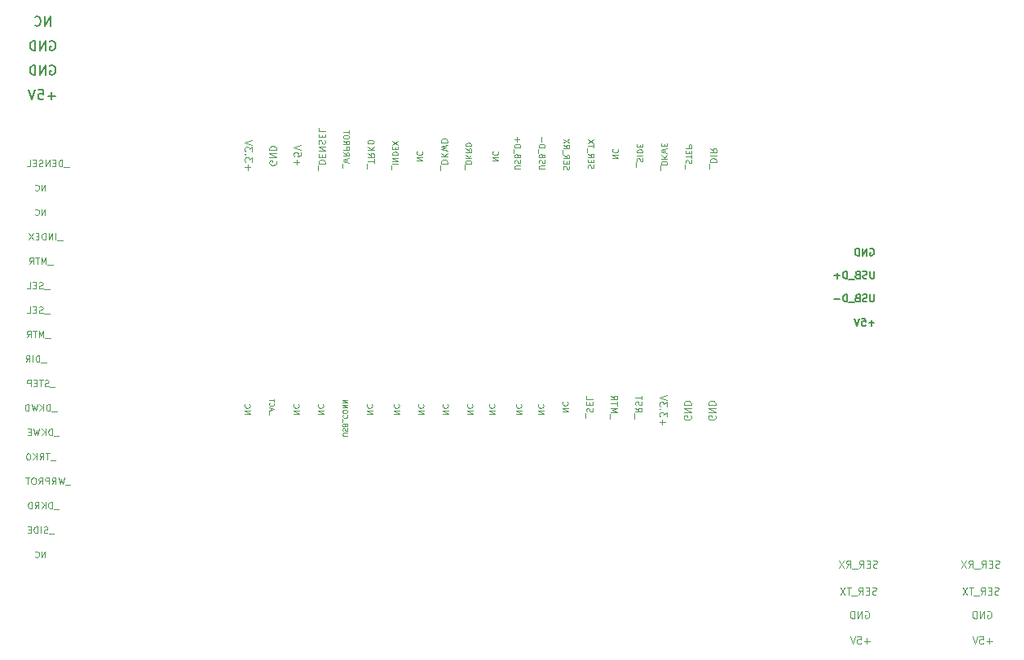
<source format=gbr>
G04 #@! TF.GenerationSoftware,KiCad,Pcbnew,(5.1.2)-2*
G04 #@! TF.CreationDate,2020-12-20T14:31:03+00:00*
G04 #@! TF.ProjectId,Greaseweazle F1 Gotek (+ USB B),47726561-7365-4776-9561-7a6c65204631,1*
G04 #@! TF.SameCoordinates,PX6312cb0PY6bcb370*
G04 #@! TF.FileFunction,Legend,Bot*
G04 #@! TF.FilePolarity,Positive*
%FSLAX46Y46*%
G04 Gerber Fmt 4.6, Leading zero omitted, Abs format (unit mm)*
G04 Created by KiCad (PCBNEW (5.1.2)-2) date 2020-12-20 14:31:03*
%MOMM*%
%LPD*%
G04 APERTURE LIST*
%ADD10C,0.125000*%
%ADD11C,0.187500*%
%ADD12C,0.150000*%
G04 APERTURE END LIST*
D10*
X2757428Y35288572D02*
X2757428Y35888572D01*
X2414571Y35288572D01*
X2414571Y35888572D01*
X1786000Y35345715D02*
X1814571Y35317143D01*
X1900285Y35288572D01*
X1957428Y35288572D01*
X2043142Y35317143D01*
X2100285Y35374286D01*
X2128857Y35431429D01*
X2157428Y35545715D01*
X2157428Y35631429D01*
X2128857Y35745715D01*
X2100285Y35802858D01*
X2043142Y35860000D01*
X1957428Y35888572D01*
X1900285Y35888572D01*
X1814571Y35860000D01*
X1786000Y35831429D01*
X61704571Y41184572D02*
X62304571Y41184572D01*
X61704571Y41527429D01*
X62304571Y41527429D01*
X61761714Y42156000D02*
X61733142Y42127429D01*
X61704571Y42041715D01*
X61704571Y41984572D01*
X61733142Y41898858D01*
X61790285Y41841715D01*
X61847428Y41813143D01*
X61961714Y41784572D01*
X62047428Y41784572D01*
X62161714Y41813143D01*
X62218857Y41841715D01*
X62276000Y41898858D01*
X62304571Y41984572D01*
X62304571Y42041715D01*
X62276000Y42127429D01*
X62247428Y42156000D01*
X49258571Y40930572D02*
X49858571Y40930572D01*
X49258571Y41273429D01*
X49858571Y41273429D01*
X49315714Y41902000D02*
X49287142Y41873429D01*
X49258571Y41787715D01*
X49258571Y41730572D01*
X49287142Y41644858D01*
X49344285Y41587715D01*
X49401428Y41559143D01*
X49515714Y41530572D01*
X49601428Y41530572D01*
X49715714Y41559143D01*
X49772857Y41587715D01*
X49830000Y41644858D01*
X49858571Y41730572D01*
X49858571Y41787715D01*
X49830000Y41873429D01*
X49801428Y41902000D01*
X23477571Y14641572D02*
X24077571Y14641572D01*
X23477571Y14984429D01*
X24077571Y14984429D01*
X23534714Y15613000D02*
X23506142Y15584429D01*
X23477571Y15498715D01*
X23477571Y15441572D01*
X23506142Y15355858D01*
X23563285Y15298715D01*
X23620428Y15270143D01*
X23734714Y15241572D01*
X23820428Y15241572D01*
X23934714Y15270143D01*
X23991857Y15298715D01*
X24049000Y15355858D01*
X24077571Y15441572D01*
X24077571Y15498715D01*
X24049000Y15584429D01*
X24020428Y15613000D01*
X28557571Y14641572D02*
X29157571Y14641572D01*
X28557571Y14984429D01*
X29157571Y14984429D01*
X28614714Y15613000D02*
X28586142Y15584429D01*
X28557571Y15498715D01*
X28557571Y15441572D01*
X28586142Y15355858D01*
X28643285Y15298715D01*
X28700428Y15270143D01*
X28814714Y15241572D01*
X28900428Y15241572D01*
X29014714Y15270143D01*
X29071857Y15298715D01*
X29129000Y15355858D01*
X29157571Y15441572D01*
X29157571Y15498715D01*
X29129000Y15584429D01*
X29100428Y15613000D01*
X31097571Y14641572D02*
X31697571Y14641572D01*
X31097571Y14984429D01*
X31697571Y14984429D01*
X31154714Y15613000D02*
X31126142Y15584429D01*
X31097571Y15498715D01*
X31097571Y15441572D01*
X31126142Y15355858D01*
X31183285Y15298715D01*
X31240428Y15270143D01*
X31354714Y15241572D01*
X31440428Y15241572D01*
X31554714Y15270143D01*
X31611857Y15298715D01*
X31669000Y15355858D01*
X31697571Y15441572D01*
X31697571Y15498715D01*
X31669000Y15584429D01*
X31640428Y15613000D01*
X36177571Y14641572D02*
X36777571Y14641572D01*
X36177571Y14984429D01*
X36777571Y14984429D01*
X36234714Y15613000D02*
X36206142Y15584429D01*
X36177571Y15498715D01*
X36177571Y15441572D01*
X36206142Y15355858D01*
X36263285Y15298715D01*
X36320428Y15270143D01*
X36434714Y15241572D01*
X36520428Y15241572D01*
X36634714Y15270143D01*
X36691857Y15298715D01*
X36749000Y15355858D01*
X36777571Y15441572D01*
X36777571Y15498715D01*
X36749000Y15584429D01*
X36720428Y15613000D01*
X38971571Y14641572D02*
X39571571Y14641572D01*
X38971571Y14984429D01*
X39571571Y14984429D01*
X39028714Y15613000D02*
X39000142Y15584429D01*
X38971571Y15498715D01*
X38971571Y15441572D01*
X39000142Y15355858D01*
X39057285Y15298715D01*
X39114428Y15270143D01*
X39228714Y15241572D01*
X39314428Y15241572D01*
X39428714Y15270143D01*
X39485857Y15298715D01*
X39543000Y15355858D01*
X39571571Y15441572D01*
X39571571Y15498715D01*
X39543000Y15584429D01*
X39514428Y15613000D01*
X41511571Y14641572D02*
X42111571Y14641572D01*
X41511571Y14984429D01*
X42111571Y14984429D01*
X41568714Y15613000D02*
X41540142Y15584429D01*
X41511571Y15498715D01*
X41511571Y15441572D01*
X41540142Y15355858D01*
X41597285Y15298715D01*
X41654428Y15270143D01*
X41768714Y15241572D01*
X41854428Y15241572D01*
X41968714Y15270143D01*
X42025857Y15298715D01*
X42083000Y15355858D01*
X42111571Y15441572D01*
X42111571Y15498715D01*
X42083000Y15584429D01*
X42054428Y15613000D01*
X44051571Y14641572D02*
X44651571Y14641572D01*
X44051571Y14984429D01*
X44651571Y14984429D01*
X44108714Y15613000D02*
X44080142Y15584429D01*
X44051571Y15498715D01*
X44051571Y15441572D01*
X44080142Y15355858D01*
X44137285Y15298715D01*
X44194428Y15270143D01*
X44308714Y15241572D01*
X44394428Y15241572D01*
X44508714Y15270143D01*
X44565857Y15298715D01*
X44623000Y15355858D01*
X44651571Y15441572D01*
X44651571Y15498715D01*
X44623000Y15584429D01*
X44594428Y15613000D01*
X46591571Y14641572D02*
X47191571Y14641572D01*
X46591571Y14984429D01*
X47191571Y14984429D01*
X46648714Y15613000D02*
X46620142Y15584429D01*
X46591571Y15498715D01*
X46591571Y15441572D01*
X46620142Y15355858D01*
X46677285Y15298715D01*
X46734428Y15270143D01*
X46848714Y15241572D01*
X46934428Y15241572D01*
X47048714Y15270143D01*
X47105857Y15298715D01*
X47163000Y15355858D01*
X47191571Y15441572D01*
X47191571Y15498715D01*
X47163000Y15584429D01*
X47134428Y15613000D01*
X48877571Y14641572D02*
X49477571Y14641572D01*
X48877571Y14984429D01*
X49477571Y14984429D01*
X48934714Y15613000D02*
X48906142Y15584429D01*
X48877571Y15498715D01*
X48877571Y15441572D01*
X48906142Y15355858D01*
X48963285Y15298715D01*
X49020428Y15270143D01*
X49134714Y15241572D01*
X49220428Y15241572D01*
X49334714Y15270143D01*
X49391857Y15298715D01*
X49449000Y15355858D01*
X49477571Y15441572D01*
X49477571Y15498715D01*
X49449000Y15584429D01*
X49420428Y15613000D01*
X51671571Y14641572D02*
X52271571Y14641572D01*
X51671571Y14984429D01*
X52271571Y14984429D01*
X51728714Y15613000D02*
X51700142Y15584429D01*
X51671571Y15498715D01*
X51671571Y15441572D01*
X51700142Y15355858D01*
X51757285Y15298715D01*
X51814428Y15270143D01*
X51928714Y15241572D01*
X52014428Y15241572D01*
X52128714Y15270143D01*
X52185857Y15298715D01*
X52243000Y15355858D01*
X52271571Y15441572D01*
X52271571Y15498715D01*
X52243000Y15584429D01*
X52214428Y15613000D01*
X53957571Y14641572D02*
X54557571Y14641572D01*
X53957571Y14984429D01*
X54557571Y14984429D01*
X54014714Y15613000D02*
X53986142Y15584429D01*
X53957571Y15498715D01*
X53957571Y15441572D01*
X53986142Y15355858D01*
X54043285Y15298715D01*
X54100428Y15270143D01*
X54214714Y15241572D01*
X54300428Y15241572D01*
X54414714Y15270143D01*
X54471857Y15298715D01*
X54529000Y15355858D01*
X54557571Y15441572D01*
X54557571Y15498715D01*
X54529000Y15584429D01*
X54500428Y15613000D01*
X89106142Y-4113571D02*
X88999000Y-4149285D01*
X88820428Y-4149285D01*
X88749000Y-4113571D01*
X88713285Y-4077857D01*
X88677571Y-4006428D01*
X88677571Y-3935000D01*
X88713285Y-3863571D01*
X88749000Y-3827857D01*
X88820428Y-3792142D01*
X88963285Y-3756428D01*
X89034714Y-3720714D01*
X89070428Y-3685000D01*
X89106142Y-3613571D01*
X89106142Y-3542142D01*
X89070428Y-3470714D01*
X89034714Y-3435000D01*
X88963285Y-3399285D01*
X88784714Y-3399285D01*
X88677571Y-3435000D01*
X88356142Y-3756428D02*
X88106142Y-3756428D01*
X87999000Y-4149285D02*
X88356142Y-4149285D01*
X88356142Y-3399285D01*
X87999000Y-3399285D01*
X87249000Y-4149285D02*
X87499000Y-3792142D01*
X87677571Y-4149285D02*
X87677571Y-3399285D01*
X87391857Y-3399285D01*
X87320428Y-3435000D01*
X87284714Y-3470714D01*
X87249000Y-3542142D01*
X87249000Y-3649285D01*
X87284714Y-3720714D01*
X87320428Y-3756428D01*
X87391857Y-3792142D01*
X87677571Y-3792142D01*
X87106142Y-4220714D02*
X86534714Y-4220714D01*
X86463285Y-3399285D02*
X86034714Y-3399285D01*
X86249000Y-4149285D02*
X86249000Y-3399285D01*
X85856142Y-3399285D02*
X85356142Y-4149285D01*
X85356142Y-3399285D02*
X85856142Y-4149285D01*
X89195428Y-1319571D02*
X89088285Y-1355285D01*
X88909714Y-1355285D01*
X88838285Y-1319571D01*
X88802571Y-1283857D01*
X88766857Y-1212428D01*
X88766857Y-1141000D01*
X88802571Y-1069571D01*
X88838285Y-1033857D01*
X88909714Y-998142D01*
X89052571Y-962428D01*
X89124000Y-926714D01*
X89159714Y-891000D01*
X89195428Y-819571D01*
X89195428Y-748142D01*
X89159714Y-676714D01*
X89124000Y-641000D01*
X89052571Y-605285D01*
X88874000Y-605285D01*
X88766857Y-641000D01*
X88445428Y-962428D02*
X88195428Y-962428D01*
X88088285Y-1355285D02*
X88445428Y-1355285D01*
X88445428Y-605285D01*
X88088285Y-605285D01*
X87338285Y-1355285D02*
X87588285Y-998142D01*
X87766857Y-1355285D02*
X87766857Y-605285D01*
X87481142Y-605285D01*
X87409714Y-641000D01*
X87374000Y-676714D01*
X87338285Y-748142D01*
X87338285Y-855285D01*
X87374000Y-926714D01*
X87409714Y-962428D01*
X87481142Y-998142D01*
X87766857Y-998142D01*
X87195428Y-1426714D02*
X86624000Y-1426714D01*
X86016857Y-1355285D02*
X86266857Y-998142D01*
X86445428Y-1355285D02*
X86445428Y-605285D01*
X86159714Y-605285D01*
X86088285Y-641000D01*
X86052571Y-676714D01*
X86016857Y-748142D01*
X86016857Y-855285D01*
X86052571Y-926714D01*
X86088285Y-962428D01*
X86159714Y-998142D01*
X86445428Y-998142D01*
X85766857Y-605285D02*
X85266857Y-1355285D01*
X85266857Y-605285D02*
X85766857Y-1355285D01*
X87947428Y-5898800D02*
X88018857Y-5863085D01*
X88126000Y-5863085D01*
X88233142Y-5898800D01*
X88304571Y-5970228D01*
X88340285Y-6041657D01*
X88376000Y-6184514D01*
X88376000Y-6291657D01*
X88340285Y-6434514D01*
X88304571Y-6505942D01*
X88233142Y-6577371D01*
X88126000Y-6613085D01*
X88054571Y-6613085D01*
X87947428Y-6577371D01*
X87911714Y-6541657D01*
X87911714Y-6291657D01*
X88054571Y-6291657D01*
X87590285Y-6613085D02*
X87590285Y-5863085D01*
X87161714Y-6613085D01*
X87161714Y-5863085D01*
X86804571Y-6613085D02*
X86804571Y-5863085D01*
X86626000Y-5863085D01*
X86518857Y-5898800D01*
X86447428Y-5970228D01*
X86411714Y-6041657D01*
X86376000Y-6184514D01*
X86376000Y-6291657D01*
X86411714Y-6434514D01*
X86447428Y-6505942D01*
X86518857Y-6577371D01*
X86626000Y-6613085D01*
X86804571Y-6613085D01*
X88416485Y-8968971D02*
X87845057Y-8968971D01*
X88130771Y-9254685D02*
X88130771Y-8683257D01*
X87130771Y-8504685D02*
X87487914Y-8504685D01*
X87523628Y-8861828D01*
X87487914Y-8826114D01*
X87416485Y-8790400D01*
X87237914Y-8790400D01*
X87166485Y-8826114D01*
X87130771Y-8861828D01*
X87095057Y-8933257D01*
X87095057Y-9111828D01*
X87130771Y-9183257D01*
X87166485Y-9218971D01*
X87237914Y-9254685D01*
X87416485Y-9254685D01*
X87487914Y-9218971D01*
X87523628Y-9183257D01*
X86880771Y-8504685D02*
X86630771Y-9254685D01*
X86380771Y-8504685D01*
X101895428Y-1319571D02*
X101788285Y-1355285D01*
X101609714Y-1355285D01*
X101538285Y-1319571D01*
X101502571Y-1283857D01*
X101466857Y-1212428D01*
X101466857Y-1141000D01*
X101502571Y-1069571D01*
X101538285Y-1033857D01*
X101609714Y-998142D01*
X101752571Y-962428D01*
X101824000Y-926714D01*
X101859714Y-891000D01*
X101895428Y-819571D01*
X101895428Y-748142D01*
X101859714Y-676714D01*
X101824000Y-641000D01*
X101752571Y-605285D01*
X101574000Y-605285D01*
X101466857Y-641000D01*
X101145428Y-962428D02*
X100895428Y-962428D01*
X100788285Y-1355285D02*
X101145428Y-1355285D01*
X101145428Y-605285D01*
X100788285Y-605285D01*
X100038285Y-1355285D02*
X100288285Y-998142D01*
X100466857Y-1355285D02*
X100466857Y-605285D01*
X100181142Y-605285D01*
X100109714Y-641000D01*
X100074000Y-676714D01*
X100038285Y-748142D01*
X100038285Y-855285D01*
X100074000Y-926714D01*
X100109714Y-962428D01*
X100181142Y-998142D01*
X100466857Y-998142D01*
X99895428Y-1426714D02*
X99324000Y-1426714D01*
X98716857Y-1355285D02*
X98966857Y-998142D01*
X99145428Y-1355285D02*
X99145428Y-605285D01*
X98859714Y-605285D01*
X98788285Y-641000D01*
X98752571Y-676714D01*
X98716857Y-748142D01*
X98716857Y-855285D01*
X98752571Y-926714D01*
X98788285Y-962428D01*
X98859714Y-998142D01*
X99145428Y-998142D01*
X98466857Y-605285D02*
X97966857Y-1355285D01*
X97966857Y-605285D02*
X98466857Y-1355285D01*
X101116485Y-8968971D02*
X100545057Y-8968971D01*
X100830771Y-9254685D02*
X100830771Y-8683257D01*
X99830771Y-8504685D02*
X100187914Y-8504685D01*
X100223628Y-8861828D01*
X100187914Y-8826114D01*
X100116485Y-8790400D01*
X99937914Y-8790400D01*
X99866485Y-8826114D01*
X99830771Y-8861828D01*
X99795057Y-8933257D01*
X99795057Y-9111828D01*
X99830771Y-9183257D01*
X99866485Y-9218971D01*
X99937914Y-9254685D01*
X100116485Y-9254685D01*
X100187914Y-9218971D01*
X100223628Y-9183257D01*
X99580771Y-8504685D02*
X99330771Y-9254685D01*
X99080771Y-8504685D01*
X101806142Y-4113571D02*
X101699000Y-4149285D01*
X101520428Y-4149285D01*
X101449000Y-4113571D01*
X101413285Y-4077857D01*
X101377571Y-4006428D01*
X101377571Y-3935000D01*
X101413285Y-3863571D01*
X101449000Y-3827857D01*
X101520428Y-3792142D01*
X101663285Y-3756428D01*
X101734714Y-3720714D01*
X101770428Y-3685000D01*
X101806142Y-3613571D01*
X101806142Y-3542142D01*
X101770428Y-3470714D01*
X101734714Y-3435000D01*
X101663285Y-3399285D01*
X101484714Y-3399285D01*
X101377571Y-3435000D01*
X101056142Y-3756428D02*
X100806142Y-3756428D01*
X100699000Y-4149285D02*
X101056142Y-4149285D01*
X101056142Y-3399285D01*
X100699000Y-3399285D01*
X99949000Y-4149285D02*
X100199000Y-3792142D01*
X100377571Y-4149285D02*
X100377571Y-3399285D01*
X100091857Y-3399285D01*
X100020428Y-3435000D01*
X99984714Y-3470714D01*
X99949000Y-3542142D01*
X99949000Y-3649285D01*
X99984714Y-3720714D01*
X100020428Y-3756428D01*
X100091857Y-3792142D01*
X100377571Y-3792142D01*
X99806142Y-4220714D02*
X99234714Y-4220714D01*
X99163285Y-3399285D02*
X98734714Y-3399285D01*
X98949000Y-4149285D02*
X98949000Y-3399285D01*
X98556142Y-3399285D02*
X98056142Y-4149285D01*
X98056142Y-3399285D02*
X98556142Y-4149285D01*
X100647428Y-5898800D02*
X100718857Y-5863085D01*
X100826000Y-5863085D01*
X100933142Y-5898800D01*
X101004571Y-5970228D01*
X101040285Y-6041657D01*
X101076000Y-6184514D01*
X101076000Y-6291657D01*
X101040285Y-6434514D01*
X101004571Y-6505942D01*
X100933142Y-6577371D01*
X100826000Y-6613085D01*
X100754571Y-6613085D01*
X100647428Y-6577371D01*
X100611714Y-6541657D01*
X100611714Y-6291657D01*
X100754571Y-6291657D01*
X100290285Y-6613085D02*
X100290285Y-5863085D01*
X99861714Y-6613085D01*
X99861714Y-5863085D01*
X99504571Y-6613085D02*
X99504571Y-5863085D01*
X99326000Y-5863085D01*
X99218857Y-5898800D01*
X99147428Y-5970228D01*
X99111714Y-6041657D01*
X99076000Y-6184514D01*
X99076000Y-6291657D01*
X99111714Y-6434514D01*
X99147428Y-6505942D01*
X99218857Y-6577371D01*
X99326000Y-6613085D01*
X99504571Y-6613085D01*
X56497571Y14895572D02*
X57097571Y14895572D01*
X56497571Y15238429D01*
X57097571Y15238429D01*
X56554714Y15867000D02*
X56526142Y15838429D01*
X56497571Y15752715D01*
X56497571Y15695572D01*
X56526142Y15609858D01*
X56583285Y15552715D01*
X56640428Y15524143D01*
X56754714Y15495572D01*
X56840428Y15495572D01*
X56954714Y15524143D01*
X57011857Y15552715D01*
X57069000Y15609858D01*
X57097571Y15695572D01*
X57097571Y15752715D01*
X57069000Y15838429D01*
X57040428Y15867000D01*
X64005666Y14150334D02*
X64005666Y14683667D01*
X64072333Y15250334D02*
X64405666Y15017000D01*
X64072333Y14850334D02*
X64772333Y14850334D01*
X64772333Y15117000D01*
X64739000Y15183667D01*
X64705666Y15217000D01*
X64639000Y15250334D01*
X64539000Y15250334D01*
X64472333Y15217000D01*
X64439000Y15183667D01*
X64405666Y15117000D01*
X64405666Y14850334D01*
X64105666Y15517000D02*
X64072333Y15617000D01*
X64072333Y15783667D01*
X64105666Y15850334D01*
X64139000Y15883667D01*
X64205666Y15917000D01*
X64272333Y15917000D01*
X64339000Y15883667D01*
X64372333Y15850334D01*
X64405666Y15783667D01*
X64439000Y15650334D01*
X64472333Y15583667D01*
X64505666Y15550334D01*
X64572333Y15517000D01*
X64639000Y15517000D01*
X64705666Y15550334D01*
X64739000Y15583667D01*
X64772333Y15650334D01*
X64772333Y15817000D01*
X64739000Y15917000D01*
X64772333Y16117000D02*
X64772333Y16517000D01*
X64072333Y16317000D02*
X64772333Y16317000D01*
X61465666Y14083667D02*
X61465666Y14617000D01*
X61532333Y14783667D02*
X62232333Y14783667D01*
X61732333Y15017000D01*
X62232333Y15250334D01*
X61532333Y15250334D01*
X62232333Y15483667D02*
X62232333Y15883667D01*
X61532333Y15683667D02*
X62232333Y15683667D01*
X61532333Y16517000D02*
X61865666Y16283667D01*
X61532333Y16117000D02*
X62232333Y16117000D01*
X62232333Y16383667D01*
X62199000Y16450334D01*
X62165666Y16483667D01*
X62099000Y16517000D01*
X61999000Y16517000D01*
X61932333Y16483667D01*
X61899000Y16450334D01*
X61865666Y16383667D01*
X61865666Y16117000D01*
X66875428Y13486000D02*
X66875428Y14057429D01*
X66589714Y13771715D02*
X67161142Y13771715D01*
X67339714Y14343143D02*
X67339714Y14807429D01*
X67054000Y14557429D01*
X67054000Y14664572D01*
X67018285Y14736000D01*
X66982571Y14771715D01*
X66911142Y14807429D01*
X66732571Y14807429D01*
X66661142Y14771715D01*
X66625428Y14736000D01*
X66589714Y14664572D01*
X66589714Y14450286D01*
X66625428Y14378858D01*
X66661142Y14343143D01*
X66661142Y15128858D02*
X66625428Y15164572D01*
X66589714Y15128858D01*
X66625428Y15093143D01*
X66661142Y15128858D01*
X66589714Y15128858D01*
X67339714Y15414572D02*
X67339714Y15878858D01*
X67054000Y15628858D01*
X67054000Y15736000D01*
X67018285Y15807429D01*
X66982571Y15843143D01*
X66911142Y15878858D01*
X66732571Y15878858D01*
X66661142Y15843143D01*
X66625428Y15807429D01*
X66589714Y15736000D01*
X66589714Y15521715D01*
X66625428Y15450286D01*
X66661142Y15414572D01*
X67339714Y16093143D02*
X66589714Y16343143D01*
X67339714Y16593143D01*
X34191530Y12351509D02*
X33786768Y12351509D01*
X33739149Y12375318D01*
X33715340Y12399128D01*
X33691530Y12446747D01*
X33691530Y12541985D01*
X33715340Y12589604D01*
X33739149Y12613413D01*
X33786768Y12637223D01*
X34191530Y12637223D01*
X33715340Y12851509D02*
X33691530Y12922937D01*
X33691530Y13041985D01*
X33715340Y13089604D01*
X33739149Y13113413D01*
X33786768Y13137223D01*
X33834387Y13137223D01*
X33882006Y13113413D01*
X33905816Y13089604D01*
X33929625Y13041985D01*
X33953435Y12946747D01*
X33977244Y12899128D01*
X34001054Y12875318D01*
X34048673Y12851509D01*
X34096292Y12851509D01*
X34143911Y12875318D01*
X34167721Y12899128D01*
X34191530Y12946747D01*
X34191530Y13065794D01*
X34167721Y13137223D01*
X33953435Y13518175D02*
X33929625Y13589604D01*
X33905816Y13613413D01*
X33858197Y13637223D01*
X33786768Y13637223D01*
X33739149Y13613413D01*
X33715340Y13589604D01*
X33691530Y13541985D01*
X33691530Y13351509D01*
X34191530Y13351509D01*
X34191530Y13518175D01*
X34167721Y13565794D01*
X34143911Y13589604D01*
X34096292Y13613413D01*
X34048673Y13613413D01*
X34001054Y13589604D01*
X33977244Y13565794D01*
X33953435Y13518175D01*
X33953435Y13351509D01*
X33643911Y13732461D02*
X33643911Y14113413D01*
X33739149Y14518175D02*
X33715340Y14494366D01*
X33691530Y14422937D01*
X33691530Y14375318D01*
X33715340Y14303890D01*
X33762959Y14256271D01*
X33810578Y14232461D01*
X33905816Y14208651D01*
X33977244Y14208651D01*
X34072482Y14232461D01*
X34120101Y14256271D01*
X34167721Y14303890D01*
X34191530Y14375318D01*
X34191530Y14422937D01*
X34167721Y14494366D01*
X34143911Y14518175D01*
X34191530Y14827699D02*
X34191530Y14922937D01*
X34167721Y14970556D01*
X34120101Y15018175D01*
X34024863Y15041985D01*
X33858197Y15041985D01*
X33762959Y15018175D01*
X33715340Y14970556D01*
X33691530Y14922937D01*
X33691530Y14827699D01*
X33715340Y14780080D01*
X33762959Y14732461D01*
X33858197Y14708651D01*
X34024863Y14708651D01*
X34120101Y14732461D01*
X34167721Y14780080D01*
X34191530Y14827699D01*
X33691530Y15256271D02*
X34191530Y15256271D01*
X33691530Y15541985D01*
X34191530Y15541985D01*
X33691530Y15780080D02*
X34191530Y15780080D01*
X33691530Y16065794D01*
X34191530Y16065794D01*
X58925666Y14167000D02*
X58925666Y14700334D01*
X59025666Y14833667D02*
X58992333Y14933667D01*
X58992333Y15100334D01*
X59025666Y15167000D01*
X59059000Y15200334D01*
X59125666Y15233667D01*
X59192333Y15233667D01*
X59259000Y15200334D01*
X59292333Y15167000D01*
X59325666Y15100334D01*
X59359000Y14967000D01*
X59392333Y14900334D01*
X59425666Y14867000D01*
X59492333Y14833667D01*
X59559000Y14833667D01*
X59625666Y14867000D01*
X59659000Y14900334D01*
X59692333Y14967000D01*
X59692333Y15133667D01*
X59659000Y15233667D01*
X59359000Y15533667D02*
X59359000Y15767000D01*
X58992333Y15867000D02*
X58992333Y15533667D01*
X59692333Y15533667D01*
X59692333Y15867000D01*
X58992333Y16500334D02*
X58992333Y16167000D01*
X59692333Y16167000D01*
X69844000Y14414572D02*
X69879714Y14343143D01*
X69879714Y14236000D01*
X69844000Y14128858D01*
X69772571Y14057429D01*
X69701142Y14021715D01*
X69558285Y13986000D01*
X69451142Y13986000D01*
X69308285Y14021715D01*
X69236857Y14057429D01*
X69165428Y14128858D01*
X69129714Y14236000D01*
X69129714Y14307429D01*
X69165428Y14414572D01*
X69201142Y14450286D01*
X69451142Y14450286D01*
X69451142Y14307429D01*
X69129714Y14771715D02*
X69879714Y14771715D01*
X69129714Y15200286D01*
X69879714Y15200286D01*
X69129714Y15557429D02*
X69879714Y15557429D01*
X69879714Y15736000D01*
X69844000Y15843143D01*
X69772571Y15914572D01*
X69701142Y15950286D01*
X69558285Y15986000D01*
X69451142Y15986000D01*
X69308285Y15950286D01*
X69236857Y15914572D01*
X69165428Y15843143D01*
X69129714Y15736000D01*
X69129714Y15557429D01*
X72384000Y14414572D02*
X72419714Y14343143D01*
X72419714Y14236000D01*
X72384000Y14128858D01*
X72312571Y14057429D01*
X72241142Y14021715D01*
X72098285Y13986000D01*
X71991142Y13986000D01*
X71848285Y14021715D01*
X71776857Y14057429D01*
X71705428Y14128858D01*
X71669714Y14236000D01*
X71669714Y14307429D01*
X71705428Y14414572D01*
X71741142Y14450286D01*
X71991142Y14450286D01*
X71991142Y14307429D01*
X71669714Y14771715D02*
X72419714Y14771715D01*
X71669714Y15200286D01*
X72419714Y15200286D01*
X71669714Y15557429D02*
X72419714Y15557429D01*
X72419714Y15736000D01*
X72384000Y15843143D01*
X72312571Y15914572D01*
X72241142Y15950286D01*
X72098285Y15986000D01*
X71991142Y15986000D01*
X71848285Y15950286D01*
X71776857Y15914572D01*
X71705428Y15843143D01*
X71669714Y15736000D01*
X71669714Y15557429D01*
X26015190Y14521762D02*
X26015190Y14902715D01*
X26205666Y14997953D02*
X26205666Y15236048D01*
X26062809Y14950334D02*
X26562809Y15117000D01*
X26062809Y15283667D01*
X26110428Y15736048D02*
X26086619Y15712239D01*
X26062809Y15640810D01*
X26062809Y15593191D01*
X26086619Y15521762D01*
X26134238Y15474143D01*
X26181857Y15450334D01*
X26277095Y15426524D01*
X26348523Y15426524D01*
X26443761Y15450334D01*
X26491380Y15474143D01*
X26539000Y15521762D01*
X26562809Y15593191D01*
X26562809Y15640810D01*
X26539000Y15712239D01*
X26515190Y15736048D01*
X26562809Y15878905D02*
X26562809Y16164620D01*
X26062809Y16021762D02*
X26562809Y16021762D01*
X31112666Y39930667D02*
X31112666Y40464000D01*
X31179333Y40630667D02*
X31879333Y40630667D01*
X31879333Y40797334D01*
X31846000Y40897334D01*
X31779333Y40964000D01*
X31712666Y40997334D01*
X31579333Y41030667D01*
X31479333Y41030667D01*
X31346000Y40997334D01*
X31279333Y40964000D01*
X31212666Y40897334D01*
X31179333Y40797334D01*
X31179333Y40630667D01*
X31546000Y41330667D02*
X31546000Y41564000D01*
X31179333Y41664000D02*
X31179333Y41330667D01*
X31879333Y41330667D01*
X31879333Y41664000D01*
X31179333Y41964000D02*
X31879333Y41964000D01*
X31179333Y42364000D01*
X31879333Y42364000D01*
X31212666Y42664000D02*
X31179333Y42764000D01*
X31179333Y42930667D01*
X31212666Y42997334D01*
X31246000Y43030667D01*
X31312666Y43064000D01*
X31379333Y43064000D01*
X31446000Y43030667D01*
X31479333Y42997334D01*
X31512666Y42930667D01*
X31546000Y42797334D01*
X31579333Y42730667D01*
X31612666Y42697334D01*
X31679333Y42664000D01*
X31746000Y42664000D01*
X31812666Y42697334D01*
X31846000Y42730667D01*
X31879333Y42797334D01*
X31879333Y42964000D01*
X31846000Y43064000D01*
X31546000Y43364000D02*
X31546000Y43597334D01*
X31179333Y43697334D02*
X31179333Y43364000D01*
X31879333Y43364000D01*
X31879333Y43697334D01*
X31179333Y44330667D02*
X31179333Y43997334D01*
X31879333Y43997334D01*
X26791000Y40894072D02*
X26826714Y40822643D01*
X26826714Y40715500D01*
X26791000Y40608358D01*
X26719571Y40536929D01*
X26648142Y40501215D01*
X26505285Y40465500D01*
X26398142Y40465500D01*
X26255285Y40501215D01*
X26183857Y40536929D01*
X26112428Y40608358D01*
X26076714Y40715500D01*
X26076714Y40786929D01*
X26112428Y40894072D01*
X26148142Y40929786D01*
X26398142Y40929786D01*
X26398142Y40786929D01*
X26076714Y41251215D02*
X26826714Y41251215D01*
X26076714Y41679786D01*
X26826714Y41679786D01*
X26076714Y42036929D02*
X26826714Y42036929D01*
X26826714Y42215500D01*
X26791000Y42322643D01*
X26719571Y42394072D01*
X26648142Y42429786D01*
X26505285Y42465500D01*
X26398142Y42465500D01*
X26255285Y42429786D01*
X26183857Y42394072D01*
X26112428Y42322643D01*
X26076714Y42215500D01*
X26076714Y42036929D01*
X28902428Y40501215D02*
X28902428Y41072643D01*
X28616714Y40786929D02*
X29188142Y40786929D01*
X29366714Y41786929D02*
X29366714Y41429786D01*
X29009571Y41394072D01*
X29045285Y41429786D01*
X29081000Y41501215D01*
X29081000Y41679786D01*
X29045285Y41751215D01*
X29009571Y41786929D01*
X28938142Y41822643D01*
X28759571Y41822643D01*
X28688142Y41786929D01*
X28652428Y41751215D01*
X28616714Y41679786D01*
X28616714Y41501215D01*
X28652428Y41429786D01*
X28688142Y41394072D01*
X29366714Y42036929D02*
X28616714Y42286929D01*
X29366714Y42536929D01*
X59193142Y40170286D02*
X59164571Y40256000D01*
X59164571Y40398858D01*
X59193142Y40456000D01*
X59221714Y40484572D01*
X59278857Y40513143D01*
X59336000Y40513143D01*
X59393142Y40484572D01*
X59421714Y40456000D01*
X59450285Y40398858D01*
X59478857Y40284572D01*
X59507428Y40227429D01*
X59536000Y40198858D01*
X59593142Y40170286D01*
X59650285Y40170286D01*
X59707428Y40198858D01*
X59736000Y40227429D01*
X59764571Y40284572D01*
X59764571Y40427429D01*
X59736000Y40513143D01*
X59478857Y40770286D02*
X59478857Y40970286D01*
X59164571Y41056000D02*
X59164571Y40770286D01*
X59764571Y40770286D01*
X59764571Y41056000D01*
X59164571Y41656000D02*
X59450285Y41456000D01*
X59164571Y41313143D02*
X59764571Y41313143D01*
X59764571Y41541715D01*
X59736000Y41598858D01*
X59707428Y41627429D01*
X59650285Y41656000D01*
X59564571Y41656000D01*
X59507428Y41627429D01*
X59478857Y41598858D01*
X59450285Y41541715D01*
X59450285Y41313143D01*
X59107428Y41770286D02*
X59107428Y42227429D01*
X59764571Y42284572D02*
X59764571Y42627429D01*
X59164571Y42456000D02*
X59764571Y42456000D01*
X59764571Y42770286D02*
X59164571Y43170286D01*
X59764571Y43170286D02*
X59164571Y42770286D01*
X46407428Y40036929D02*
X46407428Y40494072D01*
X46464571Y40636929D02*
X47064571Y40636929D01*
X47064571Y40779786D01*
X47036000Y40865500D01*
X46978857Y40922643D01*
X46921714Y40951215D01*
X46807428Y40979786D01*
X46721714Y40979786D01*
X46607428Y40951215D01*
X46550285Y40922643D01*
X46493142Y40865500D01*
X46464571Y40779786D01*
X46464571Y40636929D01*
X46464571Y41236929D02*
X47064571Y41236929D01*
X46464571Y41579786D02*
X46807428Y41322643D01*
X47064571Y41579786D02*
X46721714Y41236929D01*
X46464571Y42179786D02*
X46750285Y41979786D01*
X46464571Y41836929D02*
X47064571Y41836929D01*
X47064571Y42065500D01*
X47036000Y42122643D01*
X47007428Y42151215D01*
X46950285Y42179786D01*
X46864571Y42179786D01*
X46807428Y42151215D01*
X46778857Y42122643D01*
X46750285Y42065500D01*
X46750285Y41836929D01*
X46464571Y42436929D02*
X47064571Y42436929D01*
X47064571Y42579786D01*
X47036000Y42665500D01*
X46978857Y42722643D01*
X46921714Y42751215D01*
X46807428Y42779786D01*
X46721714Y42779786D01*
X46607428Y42751215D01*
X46550285Y42722643D01*
X46493142Y42665500D01*
X46464571Y42579786D01*
X46464571Y42436929D01*
X69267428Y40087715D02*
X69267428Y40544858D01*
X69353142Y40659143D02*
X69324571Y40744858D01*
X69324571Y40887715D01*
X69353142Y40944858D01*
X69381714Y40973429D01*
X69438857Y41002000D01*
X69496000Y41002000D01*
X69553142Y40973429D01*
X69581714Y40944858D01*
X69610285Y40887715D01*
X69638857Y40773429D01*
X69667428Y40716286D01*
X69696000Y40687715D01*
X69753142Y40659143D01*
X69810285Y40659143D01*
X69867428Y40687715D01*
X69896000Y40716286D01*
X69924571Y40773429D01*
X69924571Y40916286D01*
X69896000Y41002000D01*
X69924571Y41173429D02*
X69924571Y41516286D01*
X69324571Y41344858D02*
X69924571Y41344858D01*
X69638857Y41716286D02*
X69638857Y41916286D01*
X69324571Y42002000D02*
X69324571Y41716286D01*
X69924571Y41716286D01*
X69924571Y42002000D01*
X69324571Y42259143D02*
X69924571Y42259143D01*
X69924571Y42487715D01*
X69896000Y42544858D01*
X69867428Y42573429D01*
X69810285Y42602000D01*
X69724571Y42602000D01*
X69667428Y42573429D01*
X69638857Y42544858D01*
X69610285Y42487715D01*
X69610285Y42259143D01*
X52144571Y40062358D02*
X51658857Y40062358D01*
X51601714Y40090929D01*
X51573142Y40119500D01*
X51544571Y40176643D01*
X51544571Y40290929D01*
X51573142Y40348072D01*
X51601714Y40376643D01*
X51658857Y40405215D01*
X52144571Y40405215D01*
X51573142Y40662358D02*
X51544571Y40748072D01*
X51544571Y40890929D01*
X51573142Y40948072D01*
X51601714Y40976643D01*
X51658857Y41005215D01*
X51716000Y41005215D01*
X51773142Y40976643D01*
X51801714Y40948072D01*
X51830285Y40890929D01*
X51858857Y40776643D01*
X51887428Y40719500D01*
X51916000Y40690929D01*
X51973142Y40662358D01*
X52030285Y40662358D01*
X52087428Y40690929D01*
X52116000Y40719500D01*
X52144571Y40776643D01*
X52144571Y40919500D01*
X52116000Y41005215D01*
X51858857Y41462358D02*
X51830285Y41548072D01*
X51801714Y41576643D01*
X51744571Y41605215D01*
X51658857Y41605215D01*
X51601714Y41576643D01*
X51573142Y41548072D01*
X51544571Y41490929D01*
X51544571Y41262358D01*
X52144571Y41262358D01*
X52144571Y41462358D01*
X52116000Y41519500D01*
X52087428Y41548072D01*
X52030285Y41576643D01*
X51973142Y41576643D01*
X51916000Y41548072D01*
X51887428Y41519500D01*
X51858857Y41462358D01*
X51858857Y41262358D01*
X51487428Y41719500D02*
X51487428Y42176643D01*
X51544571Y42319500D02*
X52144571Y42319500D01*
X52144571Y42462358D01*
X52116000Y42548072D01*
X52058857Y42605215D01*
X52001714Y42633786D01*
X51887428Y42662358D01*
X51801714Y42662358D01*
X51687428Y42633786D01*
X51630285Y42605215D01*
X51573142Y42548072D01*
X51544571Y42462358D01*
X51544571Y42319500D01*
X51773142Y42919500D02*
X51773142Y43376643D01*
X51544571Y43148072D02*
X52001714Y43148072D01*
X71752666Y40078167D02*
X71752666Y40611500D01*
X71819333Y40778167D02*
X72519333Y40778167D01*
X72519333Y40944834D01*
X72486000Y41044834D01*
X72419333Y41111500D01*
X72352666Y41144834D01*
X72219333Y41178167D01*
X72119333Y41178167D01*
X71986000Y41144834D01*
X71919333Y41111500D01*
X71852666Y41044834D01*
X71819333Y40944834D01*
X71819333Y40778167D01*
X71819333Y41478167D02*
X72519333Y41478167D01*
X71819333Y42211500D02*
X72152666Y41978167D01*
X71819333Y41811500D02*
X72519333Y41811500D01*
X72519333Y42078167D01*
X72486000Y42144834D01*
X72452666Y42178167D01*
X72386000Y42211500D01*
X72286000Y42211500D01*
X72219333Y42178167D01*
X72186000Y42144834D01*
X72152666Y42078167D01*
X72152666Y41811500D01*
X64187428Y40300429D02*
X64187428Y40757572D01*
X64273142Y40871858D02*
X64244571Y40957572D01*
X64244571Y41100429D01*
X64273142Y41157572D01*
X64301714Y41186143D01*
X64358857Y41214715D01*
X64416000Y41214715D01*
X64473142Y41186143D01*
X64501714Y41157572D01*
X64530285Y41100429D01*
X64558857Y40986143D01*
X64587428Y40929000D01*
X64616000Y40900429D01*
X64673142Y40871858D01*
X64730285Y40871858D01*
X64787428Y40900429D01*
X64816000Y40929000D01*
X64844571Y40986143D01*
X64844571Y41129000D01*
X64816000Y41214715D01*
X64244571Y41471858D02*
X64844571Y41471858D01*
X64244571Y41757572D02*
X64844571Y41757572D01*
X64844571Y41900429D01*
X64816000Y41986143D01*
X64758857Y42043286D01*
X64701714Y42071858D01*
X64587428Y42100429D01*
X64501714Y42100429D01*
X64387428Y42071858D01*
X64330285Y42043286D01*
X64273142Y41986143D01*
X64244571Y41900429D01*
X64244571Y41757572D01*
X64558857Y42357572D02*
X64558857Y42557572D01*
X64244571Y42643286D02*
X64244571Y42357572D01*
X64844571Y42357572D01*
X64844571Y42643286D01*
X56653142Y40035358D02*
X56624571Y40121072D01*
X56624571Y40263929D01*
X56653142Y40321072D01*
X56681714Y40349643D01*
X56738857Y40378215D01*
X56796000Y40378215D01*
X56853142Y40349643D01*
X56881714Y40321072D01*
X56910285Y40263929D01*
X56938857Y40149643D01*
X56967428Y40092500D01*
X56996000Y40063929D01*
X57053142Y40035358D01*
X57110285Y40035358D01*
X57167428Y40063929D01*
X57196000Y40092500D01*
X57224571Y40149643D01*
X57224571Y40292500D01*
X57196000Y40378215D01*
X56938857Y40635358D02*
X56938857Y40835358D01*
X56624571Y40921072D02*
X56624571Y40635358D01*
X57224571Y40635358D01*
X57224571Y40921072D01*
X56624571Y41521072D02*
X56910285Y41321072D01*
X56624571Y41178215D02*
X57224571Y41178215D01*
X57224571Y41406786D01*
X57196000Y41463929D01*
X57167428Y41492500D01*
X57110285Y41521072D01*
X57024571Y41521072D01*
X56967428Y41492500D01*
X56938857Y41463929D01*
X56910285Y41406786D01*
X56910285Y41178215D01*
X56567428Y41635358D02*
X56567428Y42092500D01*
X56624571Y42578215D02*
X56910285Y42378215D01*
X56624571Y42235358D02*
X57224571Y42235358D01*
X57224571Y42463929D01*
X57196000Y42521072D01*
X57167428Y42549643D01*
X57110285Y42578215D01*
X57024571Y42578215D01*
X56967428Y42549643D01*
X56938857Y42521072D01*
X56910285Y42463929D01*
X56910285Y42235358D01*
X57224571Y42778215D02*
X56624571Y43178215D01*
X57224571Y43178215D02*
X56624571Y42778215D01*
X54684571Y40062358D02*
X54198857Y40062358D01*
X54141714Y40090929D01*
X54113142Y40119500D01*
X54084571Y40176643D01*
X54084571Y40290929D01*
X54113142Y40348072D01*
X54141714Y40376643D01*
X54198857Y40405215D01*
X54684571Y40405215D01*
X54113142Y40662358D02*
X54084571Y40748072D01*
X54084571Y40890929D01*
X54113142Y40948072D01*
X54141714Y40976643D01*
X54198857Y41005215D01*
X54256000Y41005215D01*
X54313142Y40976643D01*
X54341714Y40948072D01*
X54370285Y40890929D01*
X54398857Y40776643D01*
X54427428Y40719500D01*
X54456000Y40690929D01*
X54513142Y40662358D01*
X54570285Y40662358D01*
X54627428Y40690929D01*
X54656000Y40719500D01*
X54684571Y40776643D01*
X54684571Y40919500D01*
X54656000Y41005215D01*
X54398857Y41462358D02*
X54370285Y41548072D01*
X54341714Y41576643D01*
X54284571Y41605215D01*
X54198857Y41605215D01*
X54141714Y41576643D01*
X54113142Y41548072D01*
X54084571Y41490929D01*
X54084571Y41262358D01*
X54684571Y41262358D01*
X54684571Y41462358D01*
X54656000Y41519500D01*
X54627428Y41548072D01*
X54570285Y41576643D01*
X54513142Y41576643D01*
X54456000Y41548072D01*
X54427428Y41519500D01*
X54398857Y41462358D01*
X54398857Y41262358D01*
X54027428Y41719500D02*
X54027428Y42176643D01*
X54084571Y42319500D02*
X54684571Y42319500D01*
X54684571Y42462358D01*
X54656000Y42548072D01*
X54598857Y42605215D01*
X54541714Y42633786D01*
X54427428Y42662358D01*
X54341714Y42662358D01*
X54227428Y42633786D01*
X54170285Y42605215D01*
X54113142Y42548072D01*
X54084571Y42462358D01*
X54084571Y42319500D01*
X54313142Y42919500D02*
X54313142Y43376643D01*
X66727428Y39959143D02*
X66727428Y40416286D01*
X66784571Y40559143D02*
X67384571Y40559143D01*
X67384571Y40702000D01*
X67356000Y40787715D01*
X67298857Y40844858D01*
X67241714Y40873429D01*
X67127428Y40902000D01*
X67041714Y40902000D01*
X66927428Y40873429D01*
X66870285Y40844858D01*
X66813142Y40787715D01*
X66784571Y40702000D01*
X66784571Y40559143D01*
X66784571Y41159143D02*
X67384571Y41159143D01*
X66784571Y41502000D02*
X67127428Y41244858D01*
X67384571Y41502000D02*
X67041714Y41159143D01*
X67384571Y41702000D02*
X66784571Y41844858D01*
X67213142Y41959143D01*
X66784571Y42073429D01*
X67384571Y42216286D01*
X67098857Y42444858D02*
X67098857Y42644858D01*
X66784571Y42730572D02*
X66784571Y42444858D01*
X67384571Y42444858D01*
X67384571Y42730572D01*
X33707428Y40149715D02*
X33707428Y40606858D01*
X34364571Y40692572D02*
X33764571Y40835429D01*
X34193142Y40949715D01*
X33764571Y41064000D01*
X34364571Y41206858D01*
X33764571Y41778286D02*
X34050285Y41578286D01*
X33764571Y41435429D02*
X34364571Y41435429D01*
X34364571Y41664000D01*
X34336000Y41721143D01*
X34307428Y41749715D01*
X34250285Y41778286D01*
X34164571Y41778286D01*
X34107428Y41749715D01*
X34078857Y41721143D01*
X34050285Y41664000D01*
X34050285Y41435429D01*
X33764571Y42035429D02*
X34364571Y42035429D01*
X34364571Y42264000D01*
X34336000Y42321143D01*
X34307428Y42349715D01*
X34250285Y42378286D01*
X34164571Y42378286D01*
X34107428Y42349715D01*
X34078857Y42321143D01*
X34050285Y42264000D01*
X34050285Y42035429D01*
X33764571Y42978286D02*
X34050285Y42778286D01*
X33764571Y42635429D02*
X34364571Y42635429D01*
X34364571Y42864000D01*
X34336000Y42921143D01*
X34307428Y42949715D01*
X34250285Y42978286D01*
X34164571Y42978286D01*
X34107428Y42949715D01*
X34078857Y42921143D01*
X34050285Y42864000D01*
X34050285Y42635429D01*
X34364571Y43349715D02*
X34364571Y43464000D01*
X34336000Y43521143D01*
X34278857Y43578286D01*
X34164571Y43606858D01*
X33964571Y43606858D01*
X33850285Y43578286D01*
X33793142Y43521143D01*
X33764571Y43464000D01*
X33764571Y43349715D01*
X33793142Y43292572D01*
X33850285Y43235429D01*
X33964571Y43206858D01*
X34164571Y43206858D01*
X34278857Y43235429D01*
X34336000Y43292572D01*
X34364571Y43349715D01*
X34364571Y43778286D02*
X34364571Y44121143D01*
X33764571Y43949715D02*
X34364571Y43949715D01*
X43812666Y39939334D02*
X43812666Y40472667D01*
X43879333Y40639334D02*
X44579333Y40639334D01*
X44579333Y40806000D01*
X44546000Y40906000D01*
X44479333Y40972667D01*
X44412666Y41006000D01*
X44279333Y41039334D01*
X44179333Y41039334D01*
X44046000Y41006000D01*
X43979333Y40972667D01*
X43912666Y40906000D01*
X43879333Y40806000D01*
X43879333Y40639334D01*
X43879333Y41339334D02*
X44579333Y41339334D01*
X43879333Y41739334D02*
X44279333Y41439334D01*
X44579333Y41739334D02*
X44179333Y41339334D01*
X44579333Y41972667D02*
X43879333Y42139334D01*
X44379333Y42272667D01*
X43879333Y42406000D01*
X44579333Y42572667D01*
X43879333Y42839334D02*
X44579333Y42839334D01*
X44579333Y43006000D01*
X44546000Y43106000D01*
X44479333Y43172667D01*
X44412666Y43206000D01*
X44279333Y43239334D01*
X44179333Y43239334D01*
X44046000Y43206000D01*
X43979333Y43172667D01*
X43912666Y43106000D01*
X43879333Y43006000D01*
X43879333Y42839334D01*
X41384571Y40930572D02*
X41984571Y40930572D01*
X41384571Y41273429D01*
X41984571Y41273429D01*
X41441714Y41902000D02*
X41413142Y41873429D01*
X41384571Y41787715D01*
X41384571Y41730572D01*
X41413142Y41644858D01*
X41470285Y41587715D01*
X41527428Y41559143D01*
X41641714Y41530572D01*
X41727428Y41530572D01*
X41841714Y41559143D01*
X41898857Y41587715D01*
X41956000Y41644858D01*
X41984571Y41730572D01*
X41984571Y41787715D01*
X41956000Y41873429D01*
X41927428Y41902000D01*
X38787428Y39986143D02*
X38787428Y40443286D01*
X38844571Y40586143D02*
X39444571Y40586143D01*
X38844571Y40871858D02*
X39444571Y40871858D01*
X38844571Y41214715D01*
X39444571Y41214715D01*
X38844571Y41500429D02*
X39444571Y41500429D01*
X39444571Y41643286D01*
X39416000Y41729000D01*
X39358857Y41786143D01*
X39301714Y41814715D01*
X39187428Y41843286D01*
X39101714Y41843286D01*
X38987428Y41814715D01*
X38930285Y41786143D01*
X38873142Y41729000D01*
X38844571Y41643286D01*
X38844571Y41500429D01*
X39158857Y42100429D02*
X39158857Y42300429D01*
X38844571Y42386143D02*
X38844571Y42100429D01*
X39444571Y42100429D01*
X39444571Y42386143D01*
X39444571Y42586143D02*
X38844571Y42986143D01*
X39444571Y42986143D02*
X38844571Y42586143D01*
X36192666Y40089334D02*
X36192666Y40622667D01*
X36959333Y40689334D02*
X36959333Y41089334D01*
X36259333Y40889334D02*
X36959333Y40889334D01*
X36259333Y41722667D02*
X36592666Y41489334D01*
X36259333Y41322667D02*
X36959333Y41322667D01*
X36959333Y41589334D01*
X36926000Y41656000D01*
X36892666Y41689334D01*
X36826000Y41722667D01*
X36726000Y41722667D01*
X36659333Y41689334D01*
X36626000Y41656000D01*
X36592666Y41589334D01*
X36592666Y41322667D01*
X36259333Y42022667D02*
X36959333Y42022667D01*
X36259333Y42422667D02*
X36659333Y42122667D01*
X36959333Y42422667D02*
X36559333Y42022667D01*
X36959333Y42856000D02*
X36959333Y42922667D01*
X36926000Y42989334D01*
X36892666Y43022667D01*
X36826000Y43056000D01*
X36692666Y43089334D01*
X36526000Y43089334D01*
X36392666Y43056000D01*
X36326000Y43022667D01*
X36292666Y42989334D01*
X36259333Y42922667D01*
X36259333Y42856000D01*
X36292666Y42789334D01*
X36326000Y42756000D01*
X36392666Y42722667D01*
X36526000Y42689334D01*
X36692666Y42689334D01*
X36826000Y42722667D01*
X36892666Y42756000D01*
X36926000Y42789334D01*
X36959333Y42856000D01*
X23822428Y39965500D02*
X23822428Y40536929D01*
X23536714Y40251215D02*
X24108142Y40251215D01*
X24286714Y40822643D02*
X24286714Y41286929D01*
X24001000Y41036929D01*
X24001000Y41144072D01*
X23965285Y41215500D01*
X23929571Y41251215D01*
X23858142Y41286929D01*
X23679571Y41286929D01*
X23608142Y41251215D01*
X23572428Y41215500D01*
X23536714Y41144072D01*
X23536714Y40929786D01*
X23572428Y40858358D01*
X23608142Y40822643D01*
X23608142Y41608358D02*
X23572428Y41644072D01*
X23536714Y41608358D01*
X23572428Y41572643D01*
X23608142Y41608358D01*
X23536714Y41608358D01*
X24286714Y41894072D02*
X24286714Y42358358D01*
X24001000Y42108358D01*
X24001000Y42215500D01*
X23965285Y42286929D01*
X23929571Y42322643D01*
X23858142Y42358358D01*
X23679571Y42358358D01*
X23608142Y42322643D01*
X23572428Y42286929D01*
X23536714Y42215500D01*
X23536714Y42001215D01*
X23572428Y41929786D01*
X23608142Y41894072D01*
X24286714Y42572643D02*
X23536714Y42822643D01*
X24286714Y43072643D01*
D11*
X88899085Y24089129D02*
X88327657Y24089129D01*
X88613371Y23803415D02*
X88613371Y24374843D01*
X87613371Y24553415D02*
X87970514Y24553415D01*
X88006228Y24196272D01*
X87970514Y24231986D01*
X87899085Y24267700D01*
X87720514Y24267700D01*
X87649085Y24231986D01*
X87613371Y24196272D01*
X87577657Y24124843D01*
X87577657Y23946272D01*
X87613371Y23874843D01*
X87649085Y23839129D01*
X87720514Y23803415D01*
X87899085Y23803415D01*
X87970514Y23839129D01*
X88006228Y23874843D01*
X87363371Y24553415D02*
X87113371Y23803415D01*
X86863371Y24553415D01*
X88888628Y27029915D02*
X88888628Y26422772D01*
X88852914Y26351343D01*
X88817200Y26315629D01*
X88745771Y26279915D01*
X88602914Y26279915D01*
X88531485Y26315629D01*
X88495771Y26351343D01*
X88460057Y26422772D01*
X88460057Y27029915D01*
X88138628Y26315629D02*
X88031485Y26279915D01*
X87852914Y26279915D01*
X87781485Y26315629D01*
X87745771Y26351343D01*
X87710057Y26422772D01*
X87710057Y26494200D01*
X87745771Y26565629D01*
X87781485Y26601343D01*
X87852914Y26637058D01*
X87995771Y26672772D01*
X88067200Y26708486D01*
X88102914Y26744200D01*
X88138628Y26815629D01*
X88138628Y26887058D01*
X88102914Y26958486D01*
X88067200Y26994200D01*
X87995771Y27029915D01*
X87817200Y27029915D01*
X87710057Y26994200D01*
X87138628Y26672772D02*
X87031485Y26637058D01*
X86995771Y26601343D01*
X86960057Y26529915D01*
X86960057Y26422772D01*
X86995771Y26351343D01*
X87031485Y26315629D01*
X87102914Y26279915D01*
X87388628Y26279915D01*
X87388628Y27029915D01*
X87138628Y27029915D01*
X87067200Y26994200D01*
X87031485Y26958486D01*
X86995771Y26887058D01*
X86995771Y26815629D01*
X87031485Y26744200D01*
X87067200Y26708486D01*
X87138628Y26672772D01*
X87388628Y26672772D01*
X86817200Y26208486D02*
X86245771Y26208486D01*
X86067200Y26279915D02*
X86067200Y27029915D01*
X85888628Y27029915D01*
X85781485Y26994200D01*
X85710057Y26922772D01*
X85674342Y26851343D01*
X85638628Y26708486D01*
X85638628Y26601343D01*
X85674342Y26458486D01*
X85710057Y26387058D01*
X85781485Y26315629D01*
X85888628Y26279915D01*
X86067200Y26279915D01*
X85317200Y26565629D02*
X84745771Y26565629D01*
X88888628Y29442915D02*
X88888628Y28835772D01*
X88852914Y28764343D01*
X88817200Y28728629D01*
X88745771Y28692915D01*
X88602914Y28692915D01*
X88531485Y28728629D01*
X88495771Y28764343D01*
X88460057Y28835772D01*
X88460057Y29442915D01*
X88138628Y28728629D02*
X88031485Y28692915D01*
X87852914Y28692915D01*
X87781485Y28728629D01*
X87745771Y28764343D01*
X87710057Y28835772D01*
X87710057Y28907200D01*
X87745771Y28978629D01*
X87781485Y29014343D01*
X87852914Y29050058D01*
X87995771Y29085772D01*
X88067200Y29121486D01*
X88102914Y29157200D01*
X88138628Y29228629D01*
X88138628Y29300058D01*
X88102914Y29371486D01*
X88067200Y29407200D01*
X87995771Y29442915D01*
X87817200Y29442915D01*
X87710057Y29407200D01*
X87138628Y29085772D02*
X87031485Y29050058D01*
X86995771Y29014343D01*
X86960057Y28942915D01*
X86960057Y28835772D01*
X86995771Y28764343D01*
X87031485Y28728629D01*
X87102914Y28692915D01*
X87388628Y28692915D01*
X87388628Y29442915D01*
X87138628Y29442915D01*
X87067200Y29407200D01*
X87031485Y29371486D01*
X86995771Y29300058D01*
X86995771Y29228629D01*
X87031485Y29157200D01*
X87067200Y29121486D01*
X87138628Y29085772D01*
X87388628Y29085772D01*
X86817200Y28621486D02*
X86245771Y28621486D01*
X86067200Y28692915D02*
X86067200Y29442915D01*
X85888628Y29442915D01*
X85781485Y29407200D01*
X85710057Y29335772D01*
X85674342Y29264343D01*
X85638628Y29121486D01*
X85638628Y29014343D01*
X85674342Y28871486D01*
X85710057Y28800058D01*
X85781485Y28728629D01*
X85888628Y28692915D01*
X86067200Y28692915D01*
X85317200Y28978629D02*
X84745771Y28978629D01*
X85031485Y28692915D02*
X85031485Y29264343D01*
X88455428Y31782100D02*
X88526857Y31817815D01*
X88634000Y31817815D01*
X88741142Y31782100D01*
X88812571Y31710672D01*
X88848285Y31639243D01*
X88884000Y31496386D01*
X88884000Y31389243D01*
X88848285Y31246386D01*
X88812571Y31174958D01*
X88741142Y31103529D01*
X88634000Y31067815D01*
X88562571Y31067815D01*
X88455428Y31103529D01*
X88419714Y31139243D01*
X88419714Y31389243D01*
X88562571Y31389243D01*
X88098285Y31067815D02*
X88098285Y31817815D01*
X87669714Y31067815D01*
X87669714Y31817815D01*
X87312571Y31067815D02*
X87312571Y31817815D01*
X87134000Y31817815D01*
X87026857Y31782100D01*
X86955428Y31710672D01*
X86919714Y31639243D01*
X86884000Y31496386D01*
X86884000Y31389243D01*
X86919714Y31246386D01*
X86955428Y31174958D01*
X87026857Y31103529D01*
X87134000Y31067815D01*
X87312571Y31067815D01*
D10*
X2757428Y-271428D02*
X2757428Y328572D01*
X2414571Y-271428D01*
X2414571Y328572D01*
X1786000Y-214285D02*
X1814571Y-242857D01*
X1900285Y-271428D01*
X1957428Y-271428D01*
X2043142Y-242857D01*
X2100285Y-185714D01*
X2128857Y-128571D01*
X2157428Y-14285D01*
X2157428Y71429D01*
X2128857Y185715D01*
X2100285Y242858D01*
X2043142Y300000D01*
X1957428Y328572D01*
X1900285Y328572D01*
X1814571Y300000D01*
X1786000Y271429D01*
X3719333Y2156667D02*
X3186000Y2156667D01*
X3052666Y2256667D02*
X2952666Y2223334D01*
X2786000Y2223334D01*
X2719333Y2256667D01*
X2686000Y2290000D01*
X2652666Y2356667D01*
X2652666Y2423334D01*
X2686000Y2490000D01*
X2719333Y2523334D01*
X2786000Y2556667D01*
X2919333Y2590000D01*
X2986000Y2623334D01*
X3019333Y2656667D01*
X3052666Y2723334D01*
X3052666Y2790000D01*
X3019333Y2856667D01*
X2986000Y2890000D01*
X2919333Y2923334D01*
X2752666Y2923334D01*
X2652666Y2890000D01*
X2352666Y2223334D02*
X2352666Y2923334D01*
X2019333Y2223334D02*
X2019333Y2923334D01*
X1852666Y2923334D01*
X1752666Y2890000D01*
X1686000Y2823334D01*
X1652666Y2756667D01*
X1619333Y2623334D01*
X1619333Y2523334D01*
X1652666Y2390000D01*
X1686000Y2323334D01*
X1752666Y2256667D01*
X1852666Y2223334D01*
X2019333Y2223334D01*
X1319333Y2590000D02*
X1086000Y2590000D01*
X986000Y2223334D02*
X1319333Y2223334D01*
X1319333Y2923334D01*
X986000Y2923334D01*
X4206666Y4696667D02*
X3673333Y4696667D01*
X3506666Y4763334D02*
X3506666Y5463334D01*
X3340000Y5463334D01*
X3240000Y5430000D01*
X3173333Y5363334D01*
X3140000Y5296667D01*
X3106666Y5163334D01*
X3106666Y5063334D01*
X3140000Y4930000D01*
X3173333Y4863334D01*
X3240000Y4796667D01*
X3340000Y4763334D01*
X3506666Y4763334D01*
X2806666Y4763334D02*
X2806666Y5463334D01*
X2406666Y4763334D02*
X2706666Y5163334D01*
X2406666Y5463334D02*
X2806666Y5063334D01*
X1706666Y4763334D02*
X1940000Y5096667D01*
X2106666Y4763334D02*
X2106666Y5463334D01*
X1840000Y5463334D01*
X1773333Y5430000D01*
X1740000Y5396667D01*
X1706666Y5330000D01*
X1706666Y5230000D01*
X1740000Y5163334D01*
X1773333Y5130000D01*
X1840000Y5096667D01*
X2106666Y5096667D01*
X1406666Y4763334D02*
X1406666Y5463334D01*
X1240000Y5463334D01*
X1140000Y5430000D01*
X1073333Y5363334D01*
X1040000Y5296667D01*
X1006666Y5163334D01*
X1006666Y5063334D01*
X1040000Y4930000D01*
X1073333Y4863334D01*
X1140000Y4796667D01*
X1240000Y4763334D01*
X1406666Y4763334D01*
X5398000Y7236667D02*
X4864666Y7236667D01*
X4764666Y8003334D02*
X4598000Y7303334D01*
X4464666Y7803334D01*
X4331333Y7303334D01*
X4164666Y8003334D01*
X3498000Y7303334D02*
X3731333Y7636667D01*
X3898000Y7303334D02*
X3898000Y8003334D01*
X3631333Y8003334D01*
X3564666Y7970000D01*
X3531333Y7936667D01*
X3498000Y7870000D01*
X3498000Y7770000D01*
X3531333Y7703334D01*
X3564666Y7670000D01*
X3631333Y7636667D01*
X3898000Y7636667D01*
X3198000Y7303334D02*
X3198000Y8003334D01*
X2931333Y8003334D01*
X2864666Y7970000D01*
X2831333Y7936667D01*
X2798000Y7870000D01*
X2798000Y7770000D01*
X2831333Y7703334D01*
X2864666Y7670000D01*
X2931333Y7636667D01*
X3198000Y7636667D01*
X2098000Y7303334D02*
X2331333Y7636667D01*
X2498000Y7303334D02*
X2498000Y8003334D01*
X2231333Y8003334D01*
X2164666Y7970000D01*
X2131333Y7936667D01*
X2098000Y7870000D01*
X2098000Y7770000D01*
X2131333Y7703334D01*
X2164666Y7670000D01*
X2231333Y7636667D01*
X2498000Y7636667D01*
X1664666Y8003334D02*
X1531333Y8003334D01*
X1464666Y7970000D01*
X1398000Y7903334D01*
X1364666Y7770000D01*
X1364666Y7536667D01*
X1398000Y7403334D01*
X1464666Y7336667D01*
X1531333Y7303334D01*
X1664666Y7303334D01*
X1731333Y7336667D01*
X1798000Y7403334D01*
X1831333Y7536667D01*
X1831333Y7770000D01*
X1798000Y7903334D01*
X1731333Y7970000D01*
X1664666Y8003334D01*
X1164666Y8003334D02*
X764666Y8003334D01*
X964666Y7303334D02*
X964666Y8003334D01*
X3852666Y9776667D02*
X3319333Y9776667D01*
X3252666Y10543334D02*
X2852666Y10543334D01*
X3052666Y9843334D02*
X3052666Y10543334D01*
X2219333Y9843334D02*
X2452666Y10176667D01*
X2619333Y9843334D02*
X2619333Y10543334D01*
X2352666Y10543334D01*
X2286000Y10510000D01*
X2252666Y10476667D01*
X2219333Y10410000D01*
X2219333Y10310000D01*
X2252666Y10243334D01*
X2286000Y10210000D01*
X2352666Y10176667D01*
X2619333Y10176667D01*
X1919333Y9843334D02*
X1919333Y10543334D01*
X1519333Y9843334D02*
X1819333Y10243334D01*
X1519333Y10543334D02*
X1919333Y10143334D01*
X1086000Y10543334D02*
X1019333Y10543334D01*
X952666Y10510000D01*
X919333Y10476667D01*
X886000Y10410000D01*
X852666Y10276667D01*
X852666Y10110000D01*
X886000Y9976667D01*
X919333Y9910000D01*
X952666Y9876667D01*
X1019333Y9843334D01*
X1086000Y9843334D01*
X1152666Y9876667D01*
X1186000Y9910000D01*
X1219333Y9976667D01*
X1252666Y10110000D01*
X1252666Y10276667D01*
X1219333Y10410000D01*
X1186000Y10476667D01*
X1152666Y10510000D01*
X1086000Y10543334D01*
X4223333Y12316667D02*
X3690000Y12316667D01*
X3523333Y12383334D02*
X3523333Y13083334D01*
X3356666Y13083334D01*
X3256666Y13050000D01*
X3190000Y12983334D01*
X3156666Y12916667D01*
X3123333Y12783334D01*
X3123333Y12683334D01*
X3156666Y12550000D01*
X3190000Y12483334D01*
X3256666Y12416667D01*
X3356666Y12383334D01*
X3523333Y12383334D01*
X2823333Y12383334D02*
X2823333Y13083334D01*
X2423333Y12383334D02*
X2723333Y12783334D01*
X2423333Y13083334D02*
X2823333Y12683334D01*
X2190000Y13083334D02*
X2023333Y12383334D01*
X1890000Y12883334D01*
X1756666Y12383334D01*
X1590000Y13083334D01*
X1323333Y12750000D02*
X1090000Y12750000D01*
X990000Y12383334D02*
X1323333Y12383334D01*
X1323333Y13083334D01*
X990000Y13083334D01*
X4002666Y14856667D02*
X3469333Y14856667D01*
X3302666Y14923334D02*
X3302666Y15623334D01*
X3136000Y15623334D01*
X3036000Y15590000D01*
X2969333Y15523334D01*
X2936000Y15456667D01*
X2902666Y15323334D01*
X2902666Y15223334D01*
X2936000Y15090000D01*
X2969333Y15023334D01*
X3036000Y14956667D01*
X3136000Y14923334D01*
X3302666Y14923334D01*
X2602666Y14923334D02*
X2602666Y15623334D01*
X2202666Y14923334D02*
X2502666Y15323334D01*
X2202666Y15623334D02*
X2602666Y15223334D01*
X1969333Y15623334D02*
X1802666Y14923334D01*
X1669333Y15423334D01*
X1536000Y14923334D01*
X1369333Y15623334D01*
X1102666Y14923334D02*
X1102666Y15623334D01*
X936000Y15623334D01*
X836000Y15590000D01*
X769333Y15523334D01*
X736000Y15456667D01*
X702666Y15323334D01*
X702666Y15223334D01*
X736000Y15090000D01*
X769333Y15023334D01*
X836000Y14956667D01*
X936000Y14923334D01*
X1102666Y14923334D01*
X3819333Y17396667D02*
X3286000Y17396667D01*
X3152666Y17496667D02*
X3052666Y17463334D01*
X2886000Y17463334D01*
X2819333Y17496667D01*
X2786000Y17530000D01*
X2752666Y17596667D01*
X2752666Y17663334D01*
X2786000Y17730000D01*
X2819333Y17763334D01*
X2886000Y17796667D01*
X3019333Y17830000D01*
X3086000Y17863334D01*
X3119333Y17896667D01*
X3152666Y17963334D01*
X3152666Y18030000D01*
X3119333Y18096667D01*
X3086000Y18130000D01*
X3019333Y18163334D01*
X2852666Y18163334D01*
X2752666Y18130000D01*
X2552666Y18163334D02*
X2152666Y18163334D01*
X2352666Y17463334D02*
X2352666Y18163334D01*
X1919333Y17830000D02*
X1686000Y17830000D01*
X1586000Y17463334D02*
X1919333Y17463334D01*
X1919333Y18163334D01*
X1586000Y18163334D01*
X1286000Y17463334D02*
X1286000Y18163334D01*
X1019333Y18163334D01*
X952666Y18130000D01*
X919333Y18096667D01*
X886000Y18030000D01*
X886000Y17930000D01*
X919333Y17863334D01*
X952666Y17830000D01*
X1019333Y17796667D01*
X1286000Y17796667D01*
X2911333Y19936667D02*
X2378000Y19936667D01*
X2211333Y20003334D02*
X2211333Y20703334D01*
X2044666Y20703334D01*
X1944666Y20670000D01*
X1878000Y20603334D01*
X1844666Y20536667D01*
X1811333Y20403334D01*
X1811333Y20303334D01*
X1844666Y20170000D01*
X1878000Y20103334D01*
X1944666Y20036667D01*
X2044666Y20003334D01*
X2211333Y20003334D01*
X1511333Y20003334D02*
X1511333Y20703334D01*
X778000Y20003334D02*
X1011333Y20336667D01*
X1178000Y20003334D02*
X1178000Y20703334D01*
X911333Y20703334D01*
X844666Y20670000D01*
X811333Y20636667D01*
X778000Y20570000D01*
X778000Y20470000D01*
X811333Y20403334D01*
X844666Y20370000D01*
X911333Y20336667D01*
X1178000Y20336667D01*
X3315333Y22476667D02*
X2782000Y22476667D01*
X2615333Y22543334D02*
X2615333Y23243334D01*
X2382000Y22743334D01*
X2148666Y23243334D01*
X2148666Y22543334D01*
X1915333Y23243334D02*
X1515333Y23243334D01*
X1715333Y22543334D02*
X1715333Y23243334D01*
X882000Y22543334D02*
X1115333Y22876667D01*
X1282000Y22543334D02*
X1282000Y23243334D01*
X1015333Y23243334D01*
X948666Y23210000D01*
X915333Y23176667D01*
X882000Y23110000D01*
X882000Y23010000D01*
X915333Y22943334D01*
X948666Y22910000D01*
X1015333Y22876667D01*
X1282000Y22876667D01*
X3232000Y25016667D02*
X2698666Y25016667D01*
X2565333Y25116667D02*
X2465333Y25083334D01*
X2298666Y25083334D01*
X2232000Y25116667D01*
X2198666Y25150000D01*
X2165333Y25216667D01*
X2165333Y25283334D01*
X2198666Y25350000D01*
X2232000Y25383334D01*
X2298666Y25416667D01*
X2432000Y25450000D01*
X2498666Y25483334D01*
X2532000Y25516667D01*
X2565333Y25583334D01*
X2565333Y25650000D01*
X2532000Y25716667D01*
X2498666Y25750000D01*
X2432000Y25783334D01*
X2265333Y25783334D01*
X2165333Y25750000D01*
X1865333Y25450000D02*
X1632000Y25450000D01*
X1532000Y25083334D02*
X1865333Y25083334D01*
X1865333Y25783334D01*
X1532000Y25783334D01*
X898666Y25083334D02*
X1232000Y25083334D01*
X1232000Y25783334D01*
X3232000Y27556667D02*
X2698666Y27556667D01*
X2565333Y27656667D02*
X2465333Y27623334D01*
X2298666Y27623334D01*
X2232000Y27656667D01*
X2198666Y27690000D01*
X2165333Y27756667D01*
X2165333Y27823334D01*
X2198666Y27890000D01*
X2232000Y27923334D01*
X2298666Y27956667D01*
X2432000Y27990000D01*
X2498666Y28023334D01*
X2532000Y28056667D01*
X2565333Y28123334D01*
X2565333Y28190000D01*
X2532000Y28256667D01*
X2498666Y28290000D01*
X2432000Y28323334D01*
X2265333Y28323334D01*
X2165333Y28290000D01*
X1865333Y27990000D02*
X1632000Y27990000D01*
X1532000Y27623334D02*
X1865333Y27623334D01*
X1865333Y28323334D01*
X1532000Y28323334D01*
X898666Y27623334D02*
X1232000Y27623334D01*
X1232000Y28323334D01*
X3569333Y30096667D02*
X3036000Y30096667D01*
X2869333Y30163334D02*
X2869333Y30863334D01*
X2636000Y30363334D01*
X2402666Y30863334D01*
X2402666Y30163334D01*
X2169333Y30863334D02*
X1769333Y30863334D01*
X1969333Y30163334D02*
X1969333Y30863334D01*
X1136000Y30163334D02*
X1369333Y30496667D01*
X1536000Y30163334D02*
X1536000Y30863334D01*
X1269333Y30863334D01*
X1202666Y30830000D01*
X1169333Y30796667D01*
X1136000Y30730000D01*
X1136000Y30630000D01*
X1169333Y30563334D01*
X1202666Y30530000D01*
X1269333Y30496667D01*
X1536000Y30496667D01*
X4594000Y32636667D02*
X4060666Y32636667D01*
X3894000Y32703334D02*
X3894000Y33403334D01*
X3560666Y32703334D02*
X3560666Y33403334D01*
X3160666Y32703334D01*
X3160666Y33403334D01*
X2827333Y32703334D02*
X2827333Y33403334D01*
X2660666Y33403334D01*
X2560666Y33370000D01*
X2494000Y33303334D01*
X2460666Y33236667D01*
X2427333Y33103334D01*
X2427333Y33003334D01*
X2460666Y32870000D01*
X2494000Y32803334D01*
X2560666Y32736667D01*
X2660666Y32703334D01*
X2827333Y32703334D01*
X2127333Y33070000D02*
X1894000Y33070000D01*
X1794000Y32703334D02*
X2127333Y32703334D01*
X2127333Y33403334D01*
X1794000Y33403334D01*
X1560666Y33403334D02*
X1094000Y32703334D01*
X1094000Y33403334D02*
X1560666Y32703334D01*
X2757428Y37828572D02*
X2757428Y38428572D01*
X2414571Y37828572D01*
X2414571Y38428572D01*
X1786000Y37885715D02*
X1814571Y37857143D01*
X1900285Y37828572D01*
X1957428Y37828572D01*
X2043142Y37857143D01*
X2100285Y37914286D01*
X2128857Y37971429D01*
X2157428Y38085715D01*
X2157428Y38171429D01*
X2128857Y38285715D01*
X2100285Y38342858D01*
X2043142Y38400000D01*
X1957428Y38428572D01*
X1900285Y38428572D01*
X1814571Y38400000D01*
X1786000Y38371429D01*
X5281333Y40256667D02*
X4748000Y40256667D01*
X4581333Y40323334D02*
X4581333Y41023334D01*
X4414666Y41023334D01*
X4314666Y40990000D01*
X4248000Y40923334D01*
X4214666Y40856667D01*
X4181333Y40723334D01*
X4181333Y40623334D01*
X4214666Y40490000D01*
X4248000Y40423334D01*
X4314666Y40356667D01*
X4414666Y40323334D01*
X4581333Y40323334D01*
X3881333Y40690000D02*
X3648000Y40690000D01*
X3548000Y40323334D02*
X3881333Y40323334D01*
X3881333Y41023334D01*
X3548000Y41023334D01*
X3248000Y40323334D02*
X3248000Y41023334D01*
X2848000Y40323334D01*
X2848000Y41023334D01*
X2548000Y40356667D02*
X2448000Y40323334D01*
X2281333Y40323334D01*
X2214666Y40356667D01*
X2181333Y40390000D01*
X2148000Y40456667D01*
X2148000Y40523334D01*
X2181333Y40590000D01*
X2214666Y40623334D01*
X2281333Y40656667D01*
X2414666Y40690000D01*
X2481333Y40723334D01*
X2514666Y40756667D01*
X2548000Y40823334D01*
X2548000Y40890000D01*
X2514666Y40956667D01*
X2481333Y40990000D01*
X2414666Y41023334D01*
X2248000Y41023334D01*
X2148000Y40990000D01*
X1848000Y40690000D02*
X1614666Y40690000D01*
X1514666Y40323334D02*
X1848000Y40323334D01*
X1848000Y41023334D01*
X1514666Y41023334D01*
X881333Y40323334D02*
X1214666Y40323334D01*
X1214666Y41023334D01*
D12*
X3825714Y47680572D02*
X3063809Y47680572D01*
X3444761Y47299620D02*
X3444761Y48061524D01*
X2111428Y48299620D02*
X2587619Y48299620D01*
X2635238Y47823429D01*
X2587619Y47871048D01*
X2492380Y47918667D01*
X2254285Y47918667D01*
X2159047Y47871048D01*
X2111428Y47823429D01*
X2063809Y47728191D01*
X2063809Y47490096D01*
X2111428Y47394858D01*
X2159047Y47347239D01*
X2254285Y47299620D01*
X2492380Y47299620D01*
X2587619Y47347239D01*
X2635238Y47394858D01*
X1778095Y48299620D02*
X1444761Y47299620D01*
X1111428Y48299620D01*
X3301904Y50792000D02*
X3397142Y50839620D01*
X3540000Y50839620D01*
X3682857Y50792000D01*
X3778095Y50696762D01*
X3825714Y50601524D01*
X3873333Y50411048D01*
X3873333Y50268191D01*
X3825714Y50077715D01*
X3778095Y49982477D01*
X3682857Y49887239D01*
X3540000Y49839620D01*
X3444761Y49839620D01*
X3301904Y49887239D01*
X3254285Y49934858D01*
X3254285Y50268191D01*
X3444761Y50268191D01*
X2825714Y49839620D02*
X2825714Y50839620D01*
X2254285Y49839620D01*
X2254285Y50839620D01*
X1778095Y49839620D02*
X1778095Y50839620D01*
X1540000Y50839620D01*
X1397142Y50792000D01*
X1301904Y50696762D01*
X1254285Y50601524D01*
X1206666Y50411048D01*
X1206666Y50268191D01*
X1254285Y50077715D01*
X1301904Y49982477D01*
X1397142Y49887239D01*
X1540000Y49839620D01*
X1778095Y49839620D01*
X3301904Y53332000D02*
X3397142Y53379620D01*
X3540000Y53379620D01*
X3682857Y53332000D01*
X3778095Y53236762D01*
X3825714Y53141524D01*
X3873333Y52951048D01*
X3873333Y52808191D01*
X3825714Y52617715D01*
X3778095Y52522477D01*
X3682857Y52427239D01*
X3540000Y52379620D01*
X3444761Y52379620D01*
X3301904Y52427239D01*
X3254285Y52474858D01*
X3254285Y52808191D01*
X3444761Y52808191D01*
X2825714Y52379620D02*
X2825714Y53379620D01*
X2254285Y52379620D01*
X2254285Y53379620D01*
X1778095Y52379620D02*
X1778095Y53379620D01*
X1540000Y53379620D01*
X1397142Y53332000D01*
X1301904Y53236762D01*
X1254285Y53141524D01*
X1206666Y52951048D01*
X1206666Y52808191D01*
X1254285Y52617715D01*
X1301904Y52522477D01*
X1397142Y52427239D01*
X1540000Y52379620D01*
X1778095Y52379620D01*
X3325714Y54919620D02*
X3325714Y55919620D01*
X2754285Y54919620D01*
X2754285Y55919620D01*
X1706666Y55014858D02*
X1754285Y54967239D01*
X1897142Y54919620D01*
X1992380Y54919620D01*
X2135238Y54967239D01*
X2230476Y55062477D01*
X2278095Y55157715D01*
X2325714Y55348191D01*
X2325714Y55491048D01*
X2278095Y55681524D01*
X2230476Y55776762D01*
X2135238Y55872000D01*
X1992380Y55919620D01*
X1897142Y55919620D01*
X1754285Y55872000D01*
X1706666Y55824381D01*
M02*

</source>
